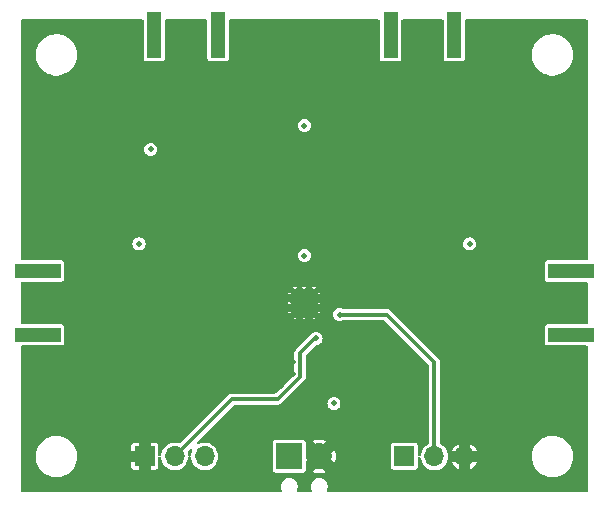
<source format=gbr>
%TF.GenerationSoftware,KiCad,Pcbnew,8.0.2*%
%TF.CreationDate,2025-01-07T09:10:32-03:00*%
%TF.ProjectId,LumiCom_Transmitter,4c756d69-436f-46d5-9f54-72616e736d69,rev?*%
%TF.SameCoordinates,Original*%
%TF.FileFunction,Copper,L4,Bot*%
%TF.FilePolarity,Positive*%
%FSLAX46Y46*%
G04 Gerber Fmt 4.6, Leading zero omitted, Abs format (unit mm)*
G04 Created by KiCad (PCBNEW 8.0.2) date 2025-01-07 09:10:32*
%MOMM*%
%LPD*%
G01*
G04 APERTURE LIST*
%TA.AperFunction,SMDPad,CuDef*%
%ADD10R,3.900000X1.200000*%
%TD*%
%TA.AperFunction,ComponentPad*%
%ADD11R,1.700000X1.700000*%
%TD*%
%TA.AperFunction,ComponentPad*%
%ADD12O,1.700000X1.700000*%
%TD*%
%TA.AperFunction,HeatsinkPad*%
%ADD13C,0.500000*%
%TD*%
%TA.AperFunction,HeatsinkPad*%
%ADD14R,2.100000X2.100000*%
%TD*%
%TA.AperFunction,SMDPad,CuDef*%
%ADD15R,1.200000X3.900000*%
%TD*%
%TA.AperFunction,ComponentPad*%
%ADD16R,2.200000X2.200000*%
%TD*%
%TA.AperFunction,ComponentPad*%
%ADD17C,2.200000*%
%TD*%
%TA.AperFunction,ViaPad*%
%ADD18C,0.500000*%
%TD*%
%TA.AperFunction,Conductor*%
%ADD19C,0.349300*%
%TD*%
G04 APERTURE END LIST*
D10*
%TO.P,J2, 2*%
%TO.N,N/C*%
X47590000Y14300000D03*
X47590000Y19700000D03*
%TD*%
D11*
%TO.P,JP_A1,1,A*%
%TO.N,VCC*%
X33475000Y4000000D03*
D12*
%TO.P,JP_A1,2,C*%
%TO.N,Net-(JP_A1-C)*%
X36015000Y4000000D03*
%TO.P,JP_A1,3,B*%
%TO.N,GND*%
X38554999Y4000000D03*
%TD*%
D13*
%TO.P,U1,17,EPAD*%
%TO.N,GND*%
X24200000Y17800000D03*
X24200000Y16200000D03*
X24200001Y17000000D03*
X25000000Y17799999D03*
X25000000Y17000000D03*
D14*
X25000000Y17000000D03*
D13*
X25000000Y16200001D03*
X25799999Y17000000D03*
X25800000Y17800000D03*
X25800000Y16200000D03*
%TD*%
D11*
%TO.P,JP_A0,1,A*%
%TO.N,GND*%
X11474999Y4000000D03*
D12*
%TO.P,JP_A0,2,C*%
%TO.N,Net-(JP_A0-C)*%
X14014999Y4000000D03*
%TO.P,JP_A0,3,B*%
%TO.N,VCC*%
X16554998Y4000000D03*
%TD*%
D15*
%TO.P,J5, 2*%
%TO.N,N/C*%
X17700000Y39700000D03*
X12300000Y39700000D03*
%TD*%
D10*
%TO.P,J3, 2*%
%TO.N,N/C*%
X2410000Y19700000D03*
X2410000Y14300000D03*
%TD*%
D16*
%TO.P,J1,1,Pin_1*%
%TO.N,Net-(J1-Pin_1)*%
X23730000Y4000000D03*
D17*
%TO.P,J1,2,Pin_2*%
%TO.N,GND*%
X26270000Y4000000D03*
%TD*%
D15*
%TO.P,J4, 2*%
%TO.N,N/C*%
X37700000Y39700000D03*
X32300000Y39700000D03*
%TD*%
D18*
%TO.N,GND*%
X29000000Y15000000D03*
X29000000Y13000000D03*
X23000000Y14000000D03*
X27000000Y14000000D03*
X26000000Y13000000D03*
X22000000Y10000000D03*
X28000000Y14000000D03*
X21000000Y13000000D03*
X21000000Y15000000D03*
X19000000Y11000000D03*
X19000000Y14000000D03*
X31000000Y24000000D03*
X21000000Y10000000D03*
X20000000Y14000000D03*
X20000000Y11000000D03*
X24000000Y11000000D03*
X20000000Y10000000D03*
X20000000Y12000000D03*
X11000000Y12000000D03*
X21000000Y24000000D03*
X15000000Y8000000D03*
X23000000Y13000000D03*
X22890000Y14890000D03*
X25000000Y14000000D03*
X20000000Y15000000D03*
X19000000Y13000000D03*
X28000000Y13000000D03*
X24000000Y13000000D03*
X28000000Y11000000D03*
X22000000Y15000000D03*
X23000000Y11000000D03*
X31000000Y14000000D03*
X26000000Y12000000D03*
X19000000Y12000000D03*
X30000000Y12000000D03*
X31000000Y13000000D03*
X22000000Y14000000D03*
X24000000Y12000000D03*
X35000000Y8000000D03*
X31000000Y10000000D03*
X19000000Y24000000D03*
X29000000Y14000000D03*
X14000000Y25000000D03*
X23000000Y12000000D03*
X29000000Y22000000D03*
X30000000Y13000000D03*
X19000000Y10000000D03*
X22000000Y12000000D03*
X19000000Y22000000D03*
X31000000Y22000000D03*
X36000000Y25000000D03*
X27000000Y13000000D03*
X25000000Y27000000D03*
X29000000Y10000000D03*
X22000000Y13000000D03*
X29000000Y11000000D03*
X19000000Y15000000D03*
X28000000Y15000000D03*
X28000000Y12000000D03*
X20000000Y13000000D03*
X26000000Y11000000D03*
X21000000Y12000000D03*
X39000000Y12000000D03*
X21000000Y14000000D03*
X22000000Y11000000D03*
X30000000Y11000000D03*
X27000000Y11000000D03*
X21000000Y22000000D03*
X29000000Y24000000D03*
X28000000Y10000000D03*
X31000000Y12000000D03*
X24000000Y14000000D03*
X31000000Y11000000D03*
X30000000Y15000000D03*
X29000000Y12000000D03*
X23000000Y10000000D03*
X30000000Y10000000D03*
X27000000Y10000000D03*
X3000000Y30000000D03*
X27000000Y12000000D03*
X30000000Y14000000D03*
X31000000Y15000000D03*
X21000000Y11000000D03*
%TO.N,VCC*%
X25000000Y32000000D03*
X12000000Y30000000D03*
X27500000Y8500000D03*
X11000000Y22000000D03*
X25000000Y21000000D03*
X39000000Y22000000D03*
%TO.N,Net-(JP_A0-C)*%
X26000000Y14000000D03*
%TO.N,Net-(JP_A1-C)*%
X28000000Y16000000D03*
%TD*%
D19*
%TO.N,Net-(JP_A0-C)*%
X24624650Y10741261D02*
X22735700Y8852311D01*
X22735700Y8852311D02*
X18867310Y8852311D01*
X18867310Y8852311D02*
X14014999Y4000000D01*
X25883389Y14000000D02*
X24624650Y12741261D01*
X26000000Y14000000D02*
X25883389Y14000000D01*
X24624650Y12741261D02*
X24624650Y10741261D01*
%TO.N,Net-(JP_A1-C)*%
X28000000Y16000000D02*
X32000000Y16000000D01*
X32000000Y16000000D02*
X36015000Y11985000D01*
X36015000Y11985000D02*
X36015000Y4000000D01*
%TD*%
%TA.AperFunction,Conductor*%
%TO.N,GND*%
G36*
X11342539Y40980315D02*
G01*
X11388294Y40927511D01*
X11399500Y40876000D01*
X11399500Y37705144D01*
X11399502Y37705118D01*
X11402413Y37680013D01*
X11402415Y37680009D01*
X11447793Y37577236D01*
X11447794Y37577235D01*
X11527235Y37497794D01*
X11630009Y37452415D01*
X11655135Y37449500D01*
X12944864Y37449501D01*
X12944879Y37449503D01*
X12944882Y37449503D01*
X12969987Y37452414D01*
X12969988Y37452415D01*
X12969991Y37452415D01*
X13072765Y37497794D01*
X13152206Y37577235D01*
X13197585Y37680009D01*
X13200500Y37705135D01*
X13200499Y40876001D01*
X13220184Y40943039D01*
X13272988Y40988794D01*
X13324499Y41000000D01*
X16675500Y41000000D01*
X16742539Y40980315D01*
X16788294Y40927511D01*
X16799500Y40876000D01*
X16799500Y37705144D01*
X16799502Y37705118D01*
X16802413Y37680013D01*
X16802415Y37680009D01*
X16847793Y37577236D01*
X16847794Y37577235D01*
X16927235Y37497794D01*
X17030009Y37452415D01*
X17055135Y37449500D01*
X18344864Y37449501D01*
X18344879Y37449503D01*
X18344882Y37449503D01*
X18369987Y37452414D01*
X18369988Y37452415D01*
X18369991Y37452415D01*
X18472765Y37497794D01*
X18552206Y37577235D01*
X18597585Y37680009D01*
X18600500Y37705135D01*
X18600499Y40876001D01*
X18620184Y40943039D01*
X18672988Y40988794D01*
X18724499Y41000000D01*
X31275500Y41000000D01*
X31342539Y40980315D01*
X31388294Y40927511D01*
X31399500Y40876000D01*
X31399500Y37705144D01*
X31399502Y37705118D01*
X31402413Y37680013D01*
X31402415Y37680009D01*
X31447793Y37577236D01*
X31447794Y37577235D01*
X31527235Y37497794D01*
X31630009Y37452415D01*
X31655135Y37449500D01*
X32944864Y37449501D01*
X32944879Y37449503D01*
X32944882Y37449503D01*
X32969987Y37452414D01*
X32969988Y37452415D01*
X32969991Y37452415D01*
X33072765Y37497794D01*
X33152206Y37577235D01*
X33197585Y37680009D01*
X33200500Y37705135D01*
X33200499Y40876001D01*
X33220184Y40943039D01*
X33272988Y40988794D01*
X33324499Y41000000D01*
X36675500Y41000000D01*
X36742539Y40980315D01*
X36788294Y40927511D01*
X36799500Y40876000D01*
X36799500Y37705144D01*
X36799502Y37705118D01*
X36802413Y37680013D01*
X36802415Y37680009D01*
X36847793Y37577236D01*
X36847794Y37577235D01*
X36927235Y37497794D01*
X37030009Y37452415D01*
X37055135Y37449500D01*
X38344864Y37449501D01*
X38344879Y37449503D01*
X38344882Y37449503D01*
X38369987Y37452414D01*
X38369988Y37452415D01*
X38369991Y37452415D01*
X38472765Y37497794D01*
X38552206Y37577235D01*
X38597585Y37680009D01*
X38600500Y37705135D01*
X38600500Y38114742D01*
X44249500Y38114742D01*
X44249500Y37885259D01*
X44273217Y37705118D01*
X44279452Y37657762D01*
X44279453Y37657760D01*
X44338842Y37436113D01*
X44426650Y37224124D01*
X44426657Y37224110D01*
X44541392Y37025383D01*
X44681081Y36843339D01*
X44681089Y36843330D01*
X44843330Y36681089D01*
X44843338Y36681082D01*
X45025382Y36541393D01*
X45025385Y36541392D01*
X45025388Y36541389D01*
X45224112Y36426656D01*
X45224117Y36426654D01*
X45224123Y36426651D01*
X45315480Y36388810D01*
X45436113Y36338842D01*
X45657762Y36279452D01*
X45885266Y36249500D01*
X45885273Y36249500D01*
X46114727Y36249500D01*
X46114734Y36249500D01*
X46342238Y36279452D01*
X46563887Y36338842D01*
X46775888Y36426656D01*
X46974612Y36541389D01*
X47156661Y36681081D01*
X47156665Y36681086D01*
X47156670Y36681089D01*
X47318911Y36843330D01*
X47318914Y36843335D01*
X47318919Y36843339D01*
X47458611Y37025388D01*
X47573344Y37224112D01*
X47661158Y37436113D01*
X47720548Y37657762D01*
X47750500Y37885266D01*
X47750500Y38114734D01*
X47720548Y38342238D01*
X47661158Y38563887D01*
X47573344Y38775888D01*
X47458611Y38974612D01*
X47458608Y38974615D01*
X47458607Y38974618D01*
X47318918Y39156662D01*
X47318911Y39156670D01*
X47156670Y39318911D01*
X47156661Y39318919D01*
X46974617Y39458608D01*
X46775890Y39573343D01*
X46775876Y39573350D01*
X46563887Y39661158D01*
X46342238Y39720548D01*
X46304215Y39725554D01*
X46114741Y39750500D01*
X46114734Y39750500D01*
X45885266Y39750500D01*
X45885258Y39750500D01*
X45668715Y39721991D01*
X45657762Y39720548D01*
X45564076Y39695446D01*
X45436112Y39661158D01*
X45224123Y39573350D01*
X45224109Y39573343D01*
X45025382Y39458608D01*
X44843338Y39318919D01*
X44681081Y39156662D01*
X44541392Y38974618D01*
X44426657Y38775891D01*
X44426650Y38775877D01*
X44338842Y38563888D01*
X44279453Y38342241D01*
X44279451Y38342230D01*
X44249500Y38114742D01*
X38600500Y38114742D01*
X38600499Y40876001D01*
X38620184Y40943039D01*
X38672988Y40988794D01*
X38724499Y41000000D01*
X48876000Y41000000D01*
X48943039Y40980315D01*
X48988794Y40927511D01*
X49000000Y40876000D01*
X49000000Y20724500D01*
X48980315Y20657461D01*
X48927511Y20611706D01*
X48876000Y20600500D01*
X45595143Y20600500D01*
X45595117Y20600498D01*
X45570012Y20597587D01*
X45570008Y20597585D01*
X45467235Y20552207D01*
X45387794Y20472766D01*
X45342415Y20369994D01*
X45342415Y20369992D01*
X45339500Y20344869D01*
X45339500Y19055144D01*
X45339502Y19055118D01*
X45342413Y19030013D01*
X45342415Y19030009D01*
X45387793Y18927236D01*
X45387794Y18927235D01*
X45467235Y18847794D01*
X45570009Y18802415D01*
X45595135Y18799500D01*
X48876000Y18799501D01*
X48943039Y18779816D01*
X48988794Y18727012D01*
X49000000Y18675501D01*
X49000000Y15324500D01*
X48980315Y15257461D01*
X48927511Y15211706D01*
X48876000Y15200500D01*
X45595143Y15200500D01*
X45595117Y15200498D01*
X45570012Y15197587D01*
X45570008Y15197585D01*
X45467235Y15152207D01*
X45387794Y15072766D01*
X45342415Y14969994D01*
X45342415Y14969992D01*
X45339500Y14944869D01*
X45339500Y13655144D01*
X45339502Y13655118D01*
X45342413Y13630013D01*
X45342415Y13630009D01*
X45387793Y13527236D01*
X45387794Y13527235D01*
X45467235Y13447794D01*
X45570009Y13402415D01*
X45595135Y13399500D01*
X48876000Y13399501D01*
X48943039Y13379816D01*
X48988794Y13327012D01*
X49000000Y13275501D01*
X49000000Y1124000D01*
X48980315Y1056961D01*
X48927511Y1011206D01*
X48876000Y1000000D01*
X27023257Y1000000D01*
X26956218Y1019685D01*
X26910463Y1072489D01*
X26900519Y1141647D01*
X26908696Y1171452D01*
X26943578Y1255668D01*
X26943580Y1255672D01*
X26970500Y1391007D01*
X26970500Y1528993D01*
X26970500Y1528996D01*
X26943581Y1664323D01*
X26943580Y1664324D01*
X26943580Y1664328D01*
X26943578Y1664333D01*
X26890778Y1791805D01*
X26890771Y1791818D01*
X26814114Y1906542D01*
X26814111Y1906546D01*
X26716545Y2004112D01*
X26716541Y2004115D01*
X26601817Y2080772D01*
X26601804Y2080779D01*
X26474332Y2133579D01*
X26474322Y2133582D01*
X26338995Y2160500D01*
X26338993Y2160500D01*
X26201007Y2160500D01*
X26201005Y2160500D01*
X26065677Y2133582D01*
X26065667Y2133579D01*
X25938195Y2080779D01*
X25938182Y2080772D01*
X25823458Y2004115D01*
X25823454Y2004112D01*
X25725888Y1906546D01*
X25725885Y1906542D01*
X25649228Y1791818D01*
X25649221Y1791805D01*
X25596421Y1664333D01*
X25596418Y1664323D01*
X25569500Y1528996D01*
X25569500Y1528993D01*
X25569500Y1391007D01*
X25569500Y1391005D01*
X25569499Y1391005D01*
X25596418Y1255678D01*
X25596421Y1255668D01*
X25631304Y1171452D01*
X25638773Y1101982D01*
X25607497Y1039503D01*
X25547408Y1003852D01*
X25516743Y1000000D01*
X24483257Y1000000D01*
X24416218Y1019685D01*
X24370463Y1072489D01*
X24360519Y1141647D01*
X24368696Y1171452D01*
X24403578Y1255668D01*
X24403580Y1255672D01*
X24430500Y1391007D01*
X24430500Y1528993D01*
X24430500Y1528996D01*
X24403581Y1664323D01*
X24403580Y1664324D01*
X24403580Y1664328D01*
X24403578Y1664333D01*
X24350778Y1791805D01*
X24350771Y1791818D01*
X24274114Y1906542D01*
X24274111Y1906546D01*
X24176545Y2004112D01*
X24176541Y2004115D01*
X24061817Y2080772D01*
X24061804Y2080779D01*
X23934332Y2133579D01*
X23934322Y2133582D01*
X23798995Y2160500D01*
X23798993Y2160500D01*
X23661007Y2160500D01*
X23661005Y2160500D01*
X23525677Y2133582D01*
X23525667Y2133579D01*
X23398195Y2080779D01*
X23398182Y2080772D01*
X23283458Y2004115D01*
X23283454Y2004112D01*
X23185888Y1906546D01*
X23185885Y1906542D01*
X23109228Y1791818D01*
X23109221Y1791805D01*
X23056421Y1664333D01*
X23056418Y1664323D01*
X23029500Y1528996D01*
X23029500Y1528993D01*
X23029500Y1391007D01*
X23029500Y1391005D01*
X23029499Y1391005D01*
X23056418Y1255678D01*
X23056421Y1255668D01*
X23091304Y1171452D01*
X23098773Y1101982D01*
X23067497Y1039503D01*
X23007408Y1003852D01*
X22976743Y1000000D01*
X1124000Y1000000D01*
X1056961Y1019685D01*
X1011206Y1072489D01*
X1000000Y1124000D01*
X1000000Y4114742D01*
X2249500Y4114742D01*
X2249500Y3885259D01*
X2274446Y3695785D01*
X2279452Y3657762D01*
X2317371Y3516245D01*
X2338842Y3436113D01*
X2426650Y3224124D01*
X2426657Y3224110D01*
X2541392Y3025383D01*
X2681081Y2843339D01*
X2681089Y2843330D01*
X2843330Y2681089D01*
X2843338Y2681082D01*
X3025382Y2541393D01*
X3025385Y2541392D01*
X3025388Y2541389D01*
X3224112Y2426656D01*
X3224117Y2426654D01*
X3224123Y2426651D01*
X3315480Y2388810D01*
X3436113Y2338842D01*
X3657762Y2279452D01*
X3885266Y2249500D01*
X3885273Y2249500D01*
X4114727Y2249500D01*
X4114734Y2249500D01*
X4342238Y2279452D01*
X4563887Y2338842D01*
X4775888Y2426656D01*
X4974612Y2541389D01*
X5156661Y2681081D01*
X5156665Y2681086D01*
X5156670Y2681089D01*
X5318911Y2843330D01*
X5318914Y2843335D01*
X5318919Y2843339D01*
X5458611Y3025388D01*
X5504699Y3105215D01*
X10325000Y3105215D01*
X10325001Y3105192D01*
X10327907Y3080131D01*
X10327908Y3080127D01*
X10373210Y2977526D01*
X10373213Y2977521D01*
X10452519Y2898215D01*
X10452524Y2898212D01*
X10555122Y2852911D01*
X10580205Y2850001D01*
X10974998Y2850001D01*
X10974999Y2850002D01*
X10974999Y3500000D01*
X10325000Y3500000D01*
X10325000Y3105215D01*
X5504699Y3105215D01*
X5573344Y3224112D01*
X5661158Y3436113D01*
X5720548Y3657762D01*
X5750500Y3885266D01*
X5750500Y4065826D01*
X10974999Y4065826D01*
X10974999Y3934174D01*
X11009074Y3807007D01*
X11074900Y3692993D01*
X11167992Y3599901D01*
X11282006Y3534075D01*
X11409173Y3500000D01*
X11540825Y3500000D01*
X11667992Y3534075D01*
X11782006Y3599901D01*
X11875098Y3692993D01*
X11940924Y3807007D01*
X11974999Y3934174D01*
X11974999Y2850001D01*
X12369785Y2850001D01*
X12369807Y2850003D01*
X12394868Y2852909D01*
X12394872Y2852910D01*
X12497473Y2898212D01*
X12497478Y2898215D01*
X12576784Y2977521D01*
X12576787Y2977526D01*
X12622088Y3080123D01*
X12622088Y3080125D01*
X12624998Y3105206D01*
X12624998Y3849347D01*
X12644682Y3916386D01*
X12697486Y3962141D01*
X12766645Y3972085D01*
X12830201Y3943060D01*
X12867975Y3884282D01*
X12872469Y3860789D01*
X12877453Y3807007D01*
X12879243Y3787690D01*
X12932674Y3599901D01*
X12937595Y3582608D01*
X12937595Y3582606D01*
X13032631Y3391747D01*
X13159226Y3224110D01*
X13161127Y3221593D01*
X13318697Y3077948D01*
X13499980Y2965702D01*
X13698801Y2888679D01*
X13908389Y2849500D01*
X13908391Y2849500D01*
X14121607Y2849500D01*
X14121609Y2849500D01*
X14331197Y2888679D01*
X14530018Y2965702D01*
X14711301Y3077948D01*
X14868871Y3221593D01*
X14997365Y3391745D01*
X15015850Y3428868D01*
X15092402Y3582606D01*
X15092402Y3582607D01*
X15092404Y3582611D01*
X15150755Y3787690D01*
X15161527Y3903948D01*
X15187313Y3968883D01*
X15231876Y4000806D01*
X15195495Y4021676D01*
X15163305Y4083688D01*
X15161527Y4096055D01*
X15159797Y4114728D01*
X15150755Y4212310D01*
X15114992Y4338001D01*
X15115578Y4407867D01*
X15146575Y4459614D01*
X15310261Y4623300D01*
X15371582Y4656783D01*
X15441274Y4651799D01*
X15497207Y4609927D01*
X15521624Y4544463D01*
X15508941Y4480347D01*
X15477594Y4417392D01*
X15477593Y4417389D01*
X15471529Y4396076D01*
X15419242Y4212311D01*
X15408469Y4096054D01*
X15382683Y4031117D01*
X15338118Y3999196D01*
X15374501Y3978326D01*
X15406691Y3916314D01*
X15408469Y3903947D01*
X15417452Y3807007D01*
X15419242Y3787690D01*
X15472673Y3599901D01*
X15477594Y3582608D01*
X15477594Y3582606D01*
X15572630Y3391747D01*
X15699225Y3224110D01*
X15701126Y3221593D01*
X15858696Y3077948D01*
X16039979Y2965702D01*
X16238800Y2888679D01*
X16448388Y2849500D01*
X16448390Y2849500D01*
X16661606Y2849500D01*
X16661608Y2849500D01*
X16871196Y2888679D01*
X17070017Y2965702D01*
X17251300Y3077948D01*
X17408870Y3221593D01*
X17537364Y3391745D01*
X17555849Y3428868D01*
X17632401Y3582606D01*
X17632401Y3582607D01*
X17632403Y3582611D01*
X17690754Y3787690D01*
X17710427Y4000000D01*
X17710426Y4000006D01*
X17706815Y4038982D01*
X17690754Y4212310D01*
X17632403Y4417389D01*
X17632401Y4417394D01*
X17632401Y4417395D01*
X17537365Y4608254D01*
X17408870Y4778407D01*
X17251300Y4922052D01*
X17070017Y5034298D01*
X17070015Y5034299D01*
X16898919Y5100581D01*
X16871196Y5111321D01*
X16691731Y5144869D01*
X22329500Y5144869D01*
X22329500Y2855144D01*
X22329502Y2855118D01*
X22332413Y2830013D01*
X22332415Y2830009D01*
X22377793Y2727236D01*
X22377794Y2727235D01*
X22457235Y2647794D01*
X22560009Y2602415D01*
X22585135Y2599500D01*
X24874864Y2599501D01*
X24874879Y2599503D01*
X24874882Y2599503D01*
X24899987Y2602414D01*
X24899988Y2602415D01*
X24899991Y2602415D01*
X25002765Y2647794D01*
X25073787Y2718816D01*
X25695919Y2718816D01*
X25705693Y2713527D01*
X25705707Y2713521D01*
X25925139Y2638189D01*
X26153993Y2600000D01*
X26386007Y2600000D01*
X26614860Y2638189D01*
X26834290Y2713519D01*
X26834299Y2713523D01*
X26844078Y2718816D01*
X26844079Y2718816D01*
X26266531Y3296364D01*
X26253350Y3287557D01*
X26250315Y3277219D01*
X26233681Y3256577D01*
X25695919Y2718816D01*
X25073787Y2718816D01*
X25082206Y2727235D01*
X25127585Y2830009D01*
X25130500Y2855135D01*
X25130499Y3516248D01*
X25150183Y3583284D01*
X25166818Y3603926D01*
X25562893Y4000001D01*
X25490485Y4072409D01*
X25720000Y4072409D01*
X25720000Y3927591D01*
X25757482Y3787708D01*
X25829890Y3662292D01*
X25932292Y3559890D01*
X26057708Y3487482D01*
X26197591Y3450000D01*
X26342409Y3450000D01*
X26482292Y3487482D01*
X26607708Y3559890D01*
X26710110Y3662292D01*
X26782518Y3787708D01*
X26820000Y3927591D01*
X26820000Y4003469D01*
X26973636Y4003469D01*
X27548238Y3428867D01*
X27548239Y3428868D01*
X27598681Y3543860D01*
X27655638Y3768782D01*
X27674798Y4000000D01*
X27674798Y4000006D01*
X27655638Y4231219D01*
X27598682Y4456135D01*
X27548238Y4571135D01*
X27013424Y4036319D01*
X26985339Y4020984D01*
X26973636Y4003469D01*
X26820000Y4003469D01*
X26820000Y4072409D01*
X26782518Y4212292D01*
X26710110Y4337708D01*
X26607708Y4440110D01*
X26482292Y4512518D01*
X26342409Y4550000D01*
X26197591Y4550000D01*
X26057708Y4512518D01*
X25932292Y4440110D01*
X25829890Y4337708D01*
X25757482Y4212292D01*
X25720000Y4072409D01*
X25490485Y4072409D01*
X25166818Y4396076D01*
X25133333Y4457399D01*
X25130499Y4483757D01*
X25130499Y5144857D01*
X25130499Y5144864D01*
X25130241Y5147092D01*
X25127586Y5169988D01*
X25127585Y5169990D01*
X25127585Y5169991D01*
X25082206Y5272765D01*
X25073785Y5281186D01*
X25695919Y5281186D01*
X26269998Y4707108D01*
X26269999Y4707107D01*
X26270000Y4707107D01*
X26270000Y4707108D01*
X26844079Y5281186D01*
X26844078Y5281187D01*
X26834300Y5286478D01*
X26614860Y5361812D01*
X26386007Y5400000D01*
X26153993Y5400000D01*
X25925139Y5361812D01*
X25705709Y5286481D01*
X25705702Y5286479D01*
X25695919Y5281186D01*
X25073785Y5281186D01*
X25002765Y5352206D01*
X25002763Y5352207D01*
X24899992Y5397585D01*
X24874865Y5400500D01*
X22585143Y5400500D01*
X22585117Y5400498D01*
X22560012Y5397587D01*
X22560008Y5397585D01*
X22457235Y5352207D01*
X22377794Y5272766D01*
X22332415Y5169994D01*
X22332415Y5169992D01*
X22329500Y5144869D01*
X16691731Y5144869D01*
X16661608Y5150500D01*
X16448388Y5150500D01*
X16238800Y5111321D01*
X16238795Y5111320D01*
X16067832Y5045089D01*
X15998209Y5039227D01*
X15936469Y5071937D01*
X15902214Y5132834D01*
X15906321Y5202583D01*
X15935355Y5248394D01*
X19027805Y8340842D01*
X19089128Y8374327D01*
X19115486Y8377161D01*
X22798252Y8377161D01*
X22798255Y8377161D01*
X22919101Y8409542D01*
X23027449Y8472096D01*
X23055353Y8500000D01*
X26944750Y8500000D01*
X26961295Y8374327D01*
X26963670Y8356292D01*
X26963671Y8356288D01*
X27019137Y8222378D01*
X27019138Y8222376D01*
X27019139Y8222375D01*
X27107379Y8107379D01*
X27222375Y8019139D01*
X27356291Y7963670D01*
X27483280Y7946952D01*
X27499999Y7944750D01*
X27500000Y7944750D01*
X27500001Y7944750D01*
X27514977Y7946722D01*
X27643709Y7963670D01*
X27777625Y8019139D01*
X27892621Y8107379D01*
X27980861Y8222375D01*
X28036330Y8356291D01*
X28055250Y8500000D01*
X28036330Y8643709D01*
X27980861Y8777625D01*
X27892621Y8892621D01*
X27777625Y8980861D01*
X27777624Y8980862D01*
X27777622Y8980863D01*
X27643712Y9036329D01*
X27643710Y9036330D01*
X27643709Y9036330D01*
X27571854Y9045790D01*
X27500001Y9055250D01*
X27499999Y9055250D01*
X27356291Y9036330D01*
X27356287Y9036329D01*
X27222377Y8980863D01*
X27107379Y8892621D01*
X27019137Y8777623D01*
X26963671Y8643713D01*
X26963670Y8643709D01*
X26944750Y8500000D01*
X23055353Y8500000D01*
X25004865Y10449512D01*
X25067419Y10557860D01*
X25099801Y10678706D01*
X25099801Y10803816D01*
X25099801Y10811411D01*
X25099800Y10811429D01*
X25099800Y12493086D01*
X25119485Y12560125D01*
X25136115Y12580763D01*
X25970356Y13415005D01*
X26031677Y13448488D01*
X26041832Y13450258D01*
X26143709Y13463670D01*
X26277625Y13519139D01*
X26392621Y13607379D01*
X26480861Y13722375D01*
X26536330Y13856291D01*
X26555250Y14000000D01*
X26536330Y14143709D01*
X26480861Y14277625D01*
X26392621Y14392621D01*
X26277625Y14480861D01*
X26277624Y14480862D01*
X26277622Y14480863D01*
X26143712Y14536329D01*
X26143710Y14536330D01*
X26143709Y14536330D01*
X26071854Y14545790D01*
X26000001Y14555250D01*
X25999999Y14555250D01*
X25856291Y14536330D01*
X25856287Y14536329D01*
X25722377Y14480863D01*
X25677147Y14446157D01*
X25607379Y14392621D01*
X25607377Y14392620D01*
X25600933Y14387674D01*
X25600521Y14388210D01*
X25597513Y14385902D01*
X25598083Y14385159D01*
X25591637Y14380214D01*
X24332901Y13121476D01*
X24244436Y13033012D01*
X24244434Y13033009D01*
X24181881Y12924663D01*
X24181881Y12924662D01*
X24149500Y12803816D01*
X24149500Y12803814D01*
X24149500Y10989437D01*
X24129815Y10922398D01*
X24113181Y10901756D01*
X22575205Y9363780D01*
X22513882Y9330295D01*
X22487524Y9327461D01*
X18929865Y9327461D01*
X18804755Y9327461D01*
X18714120Y9303176D01*
X18683908Y9295080D01*
X18575562Y9232527D01*
X18575559Y9232525D01*
X14477099Y5134066D01*
X14415776Y5100581D01*
X14346084Y5105565D01*
X14344628Y5106119D01*
X14331203Y5111320D01*
X14279762Y5120936D01*
X14121609Y5150500D01*
X13908389Y5150500D01*
X13698801Y5111321D01*
X13698798Y5111321D01*
X13698798Y5111320D01*
X13499981Y5034299D01*
X13499979Y5034298D01*
X13318698Y4922053D01*
X13161126Y4778407D01*
X13032631Y4608254D01*
X12937595Y4417395D01*
X12937595Y4417393D01*
X12879243Y4212311D01*
X12872469Y4139210D01*
X12846682Y4074273D01*
X12789882Y4033586D01*
X12720101Y4030066D01*
X12659495Y4064832D01*
X12627305Y4126845D01*
X12624998Y4150652D01*
X12624998Y4894786D01*
X12624996Y4894809D01*
X12622090Y4919870D01*
X12622089Y4919874D01*
X12576787Y5022475D01*
X12576784Y5022480D01*
X12497478Y5101786D01*
X12497473Y5101789D01*
X12394875Y5147090D01*
X12369793Y5150000D01*
X11974999Y5150000D01*
X11974999Y4065826D01*
X11940924Y4192993D01*
X11875098Y4307007D01*
X11782006Y4400099D01*
X11667992Y4465925D01*
X11540825Y4500000D01*
X11409173Y4500000D01*
X11282006Y4465925D01*
X11167992Y4400099D01*
X11074900Y4307007D01*
X11009074Y4192993D01*
X10974999Y4065826D01*
X5750500Y4065826D01*
X5750500Y4114734D01*
X5720548Y4342238D01*
X5661158Y4563887D01*
X5573344Y4775888D01*
X5504693Y4894795D01*
X10324999Y4894795D01*
X10324999Y4500000D01*
X10974999Y4500000D01*
X10974999Y5150000D01*
X10580213Y5150000D01*
X10580190Y5149998D01*
X10555129Y5147092D01*
X10555125Y5147091D01*
X10452524Y5101789D01*
X10452519Y5101786D01*
X10373213Y5022480D01*
X10373210Y5022475D01*
X10327909Y4919878D01*
X10327909Y4919876D01*
X10324999Y4894795D01*
X5504693Y4894795D01*
X5458611Y4974612D01*
X5458608Y4974615D01*
X5458607Y4974618D01*
X5353710Y5111321D01*
X5318919Y5156661D01*
X5318918Y5156662D01*
X5318911Y5156670D01*
X5156670Y5318911D01*
X5156661Y5318919D01*
X4974617Y5458608D01*
X4775890Y5573343D01*
X4775876Y5573350D01*
X4563887Y5661158D01*
X4342238Y5720548D01*
X4304215Y5725554D01*
X4114741Y5750500D01*
X4114734Y5750500D01*
X3885266Y5750500D01*
X3885258Y5750500D01*
X3668715Y5721991D01*
X3657762Y5720548D01*
X3564076Y5695446D01*
X3436112Y5661158D01*
X3224123Y5573350D01*
X3224109Y5573343D01*
X3025382Y5458608D01*
X2843338Y5318919D01*
X2681081Y5156662D01*
X2541392Y4974618D01*
X2426657Y4775891D01*
X2426650Y4775877D01*
X2341844Y4571135D01*
X2338842Y4563887D01*
X2299590Y4417393D01*
X2279453Y4342241D01*
X2279451Y4342230D01*
X2249500Y4114742D01*
X1000000Y4114742D01*
X1000000Y13275501D01*
X1019685Y13342540D01*
X1072489Y13388295D01*
X1123996Y13399501D01*
X4404864Y13399501D01*
X4404879Y13399503D01*
X4404882Y13399503D01*
X4429987Y13402414D01*
X4429988Y13402415D01*
X4429991Y13402415D01*
X4532765Y13447794D01*
X4612206Y13527235D01*
X4657585Y13630009D01*
X4660500Y13655135D01*
X4660499Y14944864D01*
X4660497Y14944883D01*
X4657586Y14969988D01*
X4657585Y14969990D01*
X4657585Y14969991D01*
X4612206Y15072765D01*
X4532765Y15152206D01*
X4532763Y15152207D01*
X4429992Y15197585D01*
X4404868Y15200500D01*
X1124000Y15200500D01*
X1056961Y15220185D01*
X1011206Y15272989D01*
X1000000Y15324500D01*
X1000000Y15675497D01*
X24029048Y15675497D01*
X24029048Y15675496D01*
X24056420Y15664158D01*
X24199999Y15645254D01*
X24200001Y15645254D01*
X24343574Y15664157D01*
X24343578Y15664158D01*
X24370951Y15675497D01*
X24370950Y15675498D01*
X24829048Y15675498D01*
X24829048Y15675497D01*
X24856420Y15664159D01*
X24999999Y15645255D01*
X25000001Y15645255D01*
X25143574Y15664158D01*
X25143578Y15664159D01*
X25170949Y15675497D01*
X25629048Y15675497D01*
X25629048Y15675496D01*
X25656420Y15664158D01*
X25799999Y15645254D01*
X25800001Y15645254D01*
X25943574Y15664157D01*
X25943578Y15664158D01*
X25970951Y15675497D01*
X25800001Y15846447D01*
X25629048Y15675497D01*
X25170949Y15675497D01*
X25170951Y15675498D01*
X25000001Y15846448D01*
X24829048Y15675498D01*
X24370950Y15675498D01*
X24200001Y15846447D01*
X24029048Y15675497D01*
X1000000Y15675497D01*
X1000000Y16000001D01*
X27444750Y16000001D01*
X27444750Y16000000D01*
X27463670Y15856292D01*
X27463671Y15856288D01*
X27519137Y15722378D01*
X27519138Y15722376D01*
X27519139Y15722375D01*
X27607379Y15607379D01*
X27722375Y15519139D01*
X27856291Y15463670D01*
X27983280Y15446952D01*
X27999999Y15444750D01*
X28000000Y15444750D01*
X28000001Y15444750D01*
X28014977Y15446722D01*
X28143709Y15463670D01*
X28268625Y15515411D01*
X28316077Y15524850D01*
X31751824Y15524850D01*
X31818863Y15505165D01*
X31839505Y15488531D01*
X35503531Y11824505D01*
X35537016Y11763182D01*
X35539850Y11736824D01*
X35539850Y5128052D01*
X35520165Y5061013D01*
X35481128Y5022625D01*
X35318699Y4922053D01*
X35161127Y4778407D01*
X35032632Y4608254D01*
X34937596Y4417395D01*
X34937596Y4417393D01*
X34879244Y4212311D01*
X34872970Y4144606D01*
X34847183Y4079669D01*
X34790383Y4038982D01*
X34720602Y4035462D01*
X34659995Y4070228D01*
X34627806Y4132241D01*
X34625499Y4156048D01*
X34625499Y4894857D01*
X34625499Y4894864D01*
X34625497Y4894883D01*
X34622586Y4919988D01*
X34622585Y4919990D01*
X34622585Y4919991D01*
X34577206Y5022765D01*
X34497765Y5102206D01*
X34477124Y5111320D01*
X34394992Y5147585D01*
X34369865Y5150500D01*
X32580143Y5150500D01*
X32580117Y5150498D01*
X32555012Y5147587D01*
X32555008Y5147585D01*
X32452235Y5102207D01*
X32372794Y5022766D01*
X32327415Y4919994D01*
X32327415Y4919992D01*
X32324500Y4894869D01*
X32324500Y3105144D01*
X32324502Y3105118D01*
X32327413Y3080013D01*
X32327415Y3080009D01*
X32372793Y2977236D01*
X32372794Y2977235D01*
X32452235Y2897794D01*
X32555009Y2852415D01*
X32580135Y2849500D01*
X34369864Y2849501D01*
X34369879Y2849503D01*
X34369882Y2849503D01*
X34394987Y2852414D01*
X34394988Y2852415D01*
X34394991Y2852415D01*
X34497765Y2897794D01*
X34577206Y2977235D01*
X34622585Y3080009D01*
X34625500Y3105135D01*
X34625499Y3843954D01*
X34645183Y3910991D01*
X34697987Y3956746D01*
X34767146Y3966690D01*
X34830702Y3937665D01*
X34868476Y3878887D01*
X34872970Y3855394D01*
X34877454Y3807007D01*
X34879244Y3787690D01*
X34932675Y3599901D01*
X34937596Y3582608D01*
X34937596Y3582606D01*
X35032632Y3391747D01*
X35159227Y3224110D01*
X35161128Y3221593D01*
X35318698Y3077948D01*
X35499981Y2965702D01*
X35698802Y2888679D01*
X35908390Y2849500D01*
X35908392Y2849500D01*
X36121608Y2849500D01*
X36121610Y2849500D01*
X36331198Y2888679D01*
X36530019Y2965702D01*
X36711302Y3077948D01*
X36868872Y3221593D01*
X36997366Y3391745D01*
X37015851Y3428868D01*
X37051270Y3500000D01*
X37519287Y3500000D01*
X37573058Y3392011D01*
X37701499Y3221929D01*
X37858999Y3078349D01*
X37859001Y3078347D01*
X38040201Y2966153D01*
X38040203Y2966152D01*
X38054999Y2960421D01*
X38054999Y2960422D01*
X39054999Y2960422D01*
X39069794Y2966152D01*
X39069796Y2966153D01*
X39250996Y3078347D01*
X39250998Y3078349D01*
X39408498Y3221929D01*
X39536939Y3392011D01*
X39590711Y3500000D01*
X39054999Y3500000D01*
X39054999Y2960422D01*
X38054999Y2960422D01*
X38054999Y3500000D01*
X37519287Y3500000D01*
X37051270Y3500000D01*
X37092403Y3582606D01*
X37092403Y3582607D01*
X37092405Y3582611D01*
X37150756Y3787690D01*
X37170429Y4000000D01*
X37170428Y4000006D01*
X37166817Y4038982D01*
X37164330Y4065826D01*
X38054999Y4065826D01*
X38054999Y3934174D01*
X38089074Y3807007D01*
X38154900Y3692993D01*
X38247992Y3599901D01*
X38362006Y3534075D01*
X38489173Y3500000D01*
X38620825Y3500000D01*
X38747992Y3534075D01*
X38862006Y3599901D01*
X38955098Y3692993D01*
X39020924Y3807007D01*
X39054999Y3934174D01*
X39054999Y4065826D01*
X39041892Y4114742D01*
X44249500Y4114742D01*
X44249500Y3885259D01*
X44274446Y3695785D01*
X44279452Y3657762D01*
X44317371Y3516245D01*
X44338842Y3436113D01*
X44426650Y3224124D01*
X44426657Y3224110D01*
X44541392Y3025383D01*
X44681081Y2843339D01*
X44681089Y2843330D01*
X44843330Y2681089D01*
X44843338Y2681082D01*
X45025382Y2541393D01*
X45025385Y2541392D01*
X45025388Y2541389D01*
X45224112Y2426656D01*
X45224117Y2426654D01*
X45224123Y2426651D01*
X45315480Y2388810D01*
X45436113Y2338842D01*
X45657762Y2279452D01*
X45885266Y2249500D01*
X45885273Y2249500D01*
X46114727Y2249500D01*
X46114734Y2249500D01*
X46342238Y2279452D01*
X46563887Y2338842D01*
X46775888Y2426656D01*
X46974612Y2541389D01*
X47156661Y2681081D01*
X47156665Y2681086D01*
X47156670Y2681089D01*
X47318911Y2843330D01*
X47318914Y2843335D01*
X47318919Y2843339D01*
X47458611Y3025388D01*
X47573344Y3224112D01*
X47661158Y3436113D01*
X47720548Y3657762D01*
X47750500Y3885266D01*
X47750500Y4114734D01*
X47720548Y4342238D01*
X47661158Y4563887D01*
X47573344Y4775888D01*
X47458611Y4974612D01*
X47458608Y4974615D01*
X47458607Y4974618D01*
X47353710Y5111321D01*
X47318919Y5156661D01*
X47318918Y5156662D01*
X47318911Y5156670D01*
X47156670Y5318911D01*
X47156661Y5318919D01*
X46974617Y5458608D01*
X46775890Y5573343D01*
X46775876Y5573350D01*
X46563887Y5661158D01*
X46342238Y5720548D01*
X46304215Y5725554D01*
X46114741Y5750500D01*
X46114734Y5750500D01*
X45885266Y5750500D01*
X45885258Y5750500D01*
X45668715Y5721991D01*
X45657762Y5720548D01*
X45564076Y5695446D01*
X45436112Y5661158D01*
X45224123Y5573350D01*
X45224109Y5573343D01*
X45025382Y5458608D01*
X44843338Y5318919D01*
X44681081Y5156662D01*
X44541392Y4974618D01*
X44426657Y4775891D01*
X44426650Y4775877D01*
X44341844Y4571135D01*
X44338842Y4563887D01*
X44299590Y4417393D01*
X44279453Y4342241D01*
X44279451Y4342230D01*
X44249500Y4114742D01*
X39041892Y4114742D01*
X39020924Y4192993D01*
X38955098Y4307007D01*
X38862006Y4400099D01*
X38747992Y4465925D01*
X38620825Y4500000D01*
X39054999Y4500000D01*
X39590711Y4500000D01*
X39590711Y4500001D01*
X39536939Y4607990D01*
X39408498Y4778072D01*
X39250998Y4921652D01*
X39250996Y4921654D01*
X39069800Y5033845D01*
X39069792Y5033849D01*
X39054999Y5039581D01*
X39054999Y4500000D01*
X38620825Y4500000D01*
X38489173Y4500000D01*
X38362006Y4465925D01*
X38247992Y4400099D01*
X38154900Y4307007D01*
X38089074Y4192993D01*
X38054999Y4065826D01*
X37164330Y4065826D01*
X37150756Y4212310D01*
X37092405Y4417389D01*
X37092403Y4417394D01*
X37092403Y4417395D01*
X37051270Y4500001D01*
X37519286Y4500001D01*
X37519287Y4500000D01*
X38054999Y4500000D01*
X38054999Y5039580D01*
X38054998Y5039581D01*
X38040205Y5033849D01*
X38040197Y5033845D01*
X37859001Y4921654D01*
X37858999Y4921652D01*
X37701499Y4778072D01*
X37573058Y4607990D01*
X37519286Y4500001D01*
X37051270Y4500001D01*
X36997367Y4608254D01*
X36868872Y4778407D01*
X36711302Y4922052D01*
X36549106Y5022480D01*
X36548872Y5022625D01*
X36502237Y5074653D01*
X36490150Y5128052D01*
X36490150Y12047553D01*
X36490150Y12047555D01*
X36457769Y12168401D01*
X36395215Y12276749D01*
X36306749Y12365215D01*
X32291749Y16380215D01*
X32183401Y16442769D01*
X32183402Y16442769D01*
X32153189Y16450865D01*
X32062555Y16475150D01*
X32062552Y16475150D01*
X28316077Y16475150D01*
X28268625Y16484589D01*
X28143712Y16536329D01*
X28143710Y16536330D01*
X28143709Y16536330D01*
X28071854Y16545790D01*
X28000001Y16555250D01*
X27999999Y16555250D01*
X27856291Y16536330D01*
X27856287Y16536329D01*
X27722377Y16480863D01*
X27607379Y16392621D01*
X27519137Y16277623D01*
X27463671Y16143713D01*
X27463670Y16143709D01*
X27444750Y16000001D01*
X1000000Y16000001D01*
X1000000Y16200001D01*
X23645254Y16200001D01*
X23645254Y16200000D01*
X23664157Y16056421D01*
X23664157Y16056420D01*
X23675494Y16029050D01*
X23846446Y16200001D01*
X23826556Y16219891D01*
X24100000Y16219891D01*
X24100000Y16180109D01*
X24115224Y16143355D01*
X24143355Y16115224D01*
X24180109Y16100000D01*
X24219891Y16100000D01*
X24256645Y16115224D01*
X24284776Y16143355D01*
X24300000Y16180109D01*
X24300000Y16200000D01*
X24553553Y16200000D01*
X24553553Y16199999D01*
X24599998Y16153554D01*
X24646446Y16200002D01*
X24626556Y16219892D01*
X24900000Y16219892D01*
X24900000Y16180110D01*
X24915224Y16143356D01*
X24943355Y16115225D01*
X24980109Y16100001D01*
X25019891Y16100001D01*
X25056645Y16115225D01*
X25084776Y16143356D01*
X25100000Y16180110D01*
X25100000Y16200001D01*
X25353553Y16200001D01*
X25353553Y16200000D01*
X25399999Y16153554D01*
X25446446Y16200001D01*
X25426556Y16219891D01*
X25700000Y16219891D01*
X25700000Y16180109D01*
X25715224Y16143355D01*
X25743355Y16115224D01*
X25780109Y16100000D01*
X25819891Y16100000D01*
X25856645Y16115224D01*
X25884776Y16143355D01*
X25900000Y16180109D01*
X25900000Y16200000D01*
X26153553Y16200000D01*
X26153553Y16199999D01*
X26324503Y16029049D01*
X26335842Y16056422D01*
X26335843Y16056426D01*
X26354746Y16200000D01*
X26354746Y16200001D01*
X26335842Y16343580D01*
X26324504Y16370952D01*
X26324503Y16370952D01*
X26153553Y16200000D01*
X25900000Y16200000D01*
X25900000Y16219891D01*
X25884776Y16256645D01*
X25856645Y16284776D01*
X25819891Y16300000D01*
X25780109Y16300000D01*
X25743355Y16284776D01*
X25715224Y16256645D01*
X25700000Y16219891D01*
X25426556Y16219891D01*
X25399999Y16246448D01*
X25353553Y16200001D01*
X25100000Y16200001D01*
X25100000Y16219892D01*
X25084776Y16256646D01*
X25056645Y16284777D01*
X25019891Y16300001D01*
X24980109Y16300001D01*
X24943355Y16284777D01*
X24915224Y16256646D01*
X24900000Y16219892D01*
X24626556Y16219892D01*
X24600000Y16246448D01*
X24553553Y16200000D01*
X24300000Y16200000D01*
X24300000Y16219891D01*
X24284776Y16256645D01*
X24256645Y16284776D01*
X24219891Y16300000D01*
X24180109Y16300000D01*
X24143355Y16284776D01*
X24115224Y16256645D01*
X24100000Y16219891D01*
X23826556Y16219891D01*
X23675495Y16370952D01*
X23664156Y16343578D01*
X23645254Y16200001D01*
X1000000Y16200001D01*
X1000000Y16600000D01*
X24153553Y16600000D01*
X24199999Y16553554D01*
X24246446Y16600001D01*
X24953553Y16600001D01*
X24999999Y16553555D01*
X25046445Y16600001D01*
X25753552Y16600001D01*
X25799999Y16553554D01*
X25846446Y16600001D01*
X25800000Y16646447D01*
X25753552Y16600001D01*
X25046445Y16600001D01*
X25046446Y16600002D01*
X25000001Y16646447D01*
X24953553Y16600001D01*
X24246446Y16600001D01*
X24246447Y16600002D01*
X24200002Y16646447D01*
X24153553Y16600000D01*
X1000000Y16600000D01*
X1000000Y17000001D01*
X23645255Y17000001D01*
X23645255Y17000000D01*
X23664158Y16856421D01*
X23664158Y16856420D01*
X23675495Y16829050D01*
X23846447Y17000001D01*
X23826557Y17019891D01*
X24100001Y17019891D01*
X24100001Y16980109D01*
X24115225Y16943355D01*
X24143356Y16915224D01*
X24180110Y16900000D01*
X24219892Y16900000D01*
X24256646Y16915224D01*
X24284777Y16943355D01*
X24300001Y16980109D01*
X24300001Y17000000D01*
X24553554Y17000000D01*
X24553554Y16999999D01*
X24599999Y16953554D01*
X24646446Y17000001D01*
X24626556Y17019891D01*
X24900000Y17019891D01*
X24900000Y16980109D01*
X24915224Y16943355D01*
X24943355Y16915224D01*
X24980109Y16900000D01*
X25019891Y16900000D01*
X25056645Y16915224D01*
X25084776Y16943355D01*
X25100000Y16980109D01*
X25100000Y17000000D01*
X25353553Y17000000D01*
X25353553Y16999999D01*
X25399998Y16953554D01*
X25446445Y17000001D01*
X25426555Y17019891D01*
X25699999Y17019891D01*
X25699999Y16980109D01*
X25715223Y16943355D01*
X25743354Y16915224D01*
X25780108Y16900000D01*
X25819890Y16900000D01*
X25856644Y16915224D01*
X25884775Y16943355D01*
X25899999Y16980109D01*
X25899999Y17000000D01*
X26153552Y17000000D01*
X26153552Y16999999D01*
X26324502Y16829049D01*
X26335841Y16856422D01*
X26335842Y16856426D01*
X26354745Y17000000D01*
X26354745Y17000001D01*
X26335841Y17143580D01*
X26324503Y17170952D01*
X26324502Y17170952D01*
X26153552Y17000000D01*
X25899999Y17000000D01*
X25899999Y17019891D01*
X25884775Y17056645D01*
X25856644Y17084776D01*
X25819890Y17100000D01*
X25780108Y17100000D01*
X25743354Y17084776D01*
X25715223Y17056645D01*
X25699999Y17019891D01*
X25426555Y17019891D01*
X25399999Y17046447D01*
X25353553Y17000000D01*
X25100000Y17000000D01*
X25100000Y17019891D01*
X25084776Y17056645D01*
X25056645Y17084776D01*
X25019891Y17100000D01*
X24980109Y17100000D01*
X24943355Y17084776D01*
X24915224Y17056645D01*
X24900000Y17019891D01*
X24626556Y17019891D01*
X24600000Y17046447D01*
X24553554Y17000000D01*
X24300001Y17000000D01*
X24300001Y17019891D01*
X24284777Y17056645D01*
X24256646Y17084776D01*
X24219892Y17100000D01*
X24180110Y17100000D01*
X24143356Y17084776D01*
X24115225Y17056645D01*
X24100001Y17019891D01*
X23826557Y17019891D01*
X23675496Y17170952D01*
X23664157Y17143578D01*
X23645255Y17000001D01*
X1000000Y17000001D01*
X1000000Y17400001D01*
X24153553Y17400001D01*
X24200000Y17353554D01*
X24246446Y17400000D01*
X24953553Y17400000D01*
X24999999Y17353554D01*
X25046445Y17400000D01*
X25753552Y17400000D01*
X25799998Y17353554D01*
X25846446Y17400002D01*
X25800001Y17446447D01*
X25753552Y17400000D01*
X25046445Y17400000D01*
X25046446Y17400001D01*
X25000001Y17446446D01*
X24953553Y17400000D01*
X24246446Y17400000D01*
X24246447Y17400001D01*
X24200001Y17446447D01*
X24153553Y17400001D01*
X1000000Y17400001D01*
X1000000Y17800001D01*
X23645254Y17800001D01*
X23645254Y17800000D01*
X23664157Y17656421D01*
X23664157Y17656420D01*
X23675494Y17629050D01*
X23846446Y17800001D01*
X23826556Y17819891D01*
X24100000Y17819891D01*
X24100000Y17780109D01*
X24115224Y17743355D01*
X24143355Y17715224D01*
X24180109Y17700000D01*
X24219891Y17700000D01*
X24256645Y17715224D01*
X24284776Y17743355D01*
X24300000Y17780109D01*
X24300000Y17800000D01*
X24553553Y17800000D01*
X24553553Y17799999D01*
X24599999Y17753553D01*
X24646446Y17800000D01*
X24626556Y17819890D01*
X24900000Y17819890D01*
X24900000Y17780108D01*
X24915224Y17743354D01*
X24943355Y17715223D01*
X24980109Y17699999D01*
X25019891Y17699999D01*
X25056645Y17715223D01*
X25084776Y17743354D01*
X25100000Y17780108D01*
X25100000Y17799999D01*
X25353553Y17799999D01*
X25353553Y17799998D01*
X25399998Y17753553D01*
X25446446Y17800001D01*
X25426556Y17819891D01*
X25700000Y17819891D01*
X25700000Y17780109D01*
X25715224Y17743355D01*
X25743355Y17715224D01*
X25780109Y17700000D01*
X25819891Y17700000D01*
X25856645Y17715224D01*
X25884776Y17743355D01*
X25900000Y17780109D01*
X25900000Y17800000D01*
X26153553Y17800000D01*
X26153553Y17799999D01*
X26324503Y17629049D01*
X26335842Y17656422D01*
X26335843Y17656426D01*
X26354746Y17800000D01*
X26354746Y17800001D01*
X26335842Y17943580D01*
X26324504Y17970952D01*
X26324503Y17970952D01*
X26153553Y17800000D01*
X25900000Y17800000D01*
X25900000Y17819891D01*
X25884776Y17856645D01*
X25856645Y17884776D01*
X25819891Y17900000D01*
X25780109Y17900000D01*
X25743355Y17884776D01*
X25715224Y17856645D01*
X25700000Y17819891D01*
X25426556Y17819891D01*
X25400000Y17846447D01*
X25353553Y17799999D01*
X25100000Y17799999D01*
X25100000Y17819890D01*
X25084776Y17856644D01*
X25056645Y17884775D01*
X25019891Y17899999D01*
X24980109Y17899999D01*
X24943355Y17884775D01*
X24915224Y17856644D01*
X24900000Y17819890D01*
X24626556Y17819890D01*
X24599999Y17846447D01*
X24553553Y17800000D01*
X24300000Y17800000D01*
X24300000Y17819891D01*
X24284776Y17856645D01*
X24256645Y17884776D01*
X24219891Y17900000D01*
X24180109Y17900000D01*
X24143355Y17884776D01*
X24115224Y17856645D01*
X24100000Y17819891D01*
X23826556Y17819891D01*
X23675495Y17970952D01*
X23664156Y17943578D01*
X23645254Y17800001D01*
X1000000Y17800001D01*
X1000000Y18324505D01*
X24029048Y18324505D01*
X24199999Y18153554D01*
X24370948Y18324504D01*
X24829048Y18324504D01*
X24999999Y18153553D01*
X25170950Y18324505D01*
X25629048Y18324505D01*
X25799999Y18153554D01*
X25970950Y18324506D01*
X25943579Y18335843D01*
X25800001Y18354746D01*
X25799999Y18354746D01*
X25656422Y18335844D01*
X25629048Y18324505D01*
X25170950Y18324505D01*
X25143579Y18335842D01*
X25000001Y18354745D01*
X24999999Y18354745D01*
X24856422Y18335843D01*
X24829048Y18324504D01*
X24370948Y18324504D01*
X24370950Y18324506D01*
X24343579Y18335843D01*
X24200001Y18354746D01*
X24199999Y18354746D01*
X24056422Y18335844D01*
X24029048Y18324505D01*
X1000000Y18324505D01*
X1000000Y18675501D01*
X1019685Y18742540D01*
X1072489Y18788295D01*
X1123996Y18799501D01*
X4404864Y18799501D01*
X4404879Y18799503D01*
X4404882Y18799503D01*
X4429987Y18802414D01*
X4429988Y18802415D01*
X4429991Y18802415D01*
X4532765Y18847794D01*
X4612206Y18927235D01*
X4657585Y19030009D01*
X4660500Y19055135D01*
X4660499Y20344864D01*
X4660497Y20344883D01*
X4657586Y20369988D01*
X4657585Y20369990D01*
X4657585Y20369991D01*
X4612206Y20472765D01*
X4532765Y20552206D01*
X4532763Y20552207D01*
X4429992Y20597585D01*
X4404868Y20600500D01*
X1124000Y20600500D01*
X1056961Y20620185D01*
X1011206Y20672989D01*
X1000000Y20724500D01*
X1000000Y21000001D01*
X24444750Y21000001D01*
X24444750Y21000000D01*
X24463670Y20856292D01*
X24463671Y20856288D01*
X24519137Y20722378D01*
X24519138Y20722376D01*
X24519139Y20722375D01*
X24607379Y20607379D01*
X24722375Y20519139D01*
X24856291Y20463670D01*
X24983280Y20446952D01*
X24999999Y20444750D01*
X25000000Y20444750D01*
X25000001Y20444750D01*
X25014977Y20446722D01*
X25143709Y20463670D01*
X25277625Y20519139D01*
X25392621Y20607379D01*
X25480861Y20722375D01*
X25536330Y20856291D01*
X25555250Y21000000D01*
X25536330Y21143709D01*
X25480861Y21277625D01*
X25392621Y21392621D01*
X25277625Y21480861D01*
X25277624Y21480862D01*
X25277622Y21480863D01*
X25143712Y21536329D01*
X25143710Y21536330D01*
X25143709Y21536330D01*
X25071854Y21545790D01*
X25000001Y21555250D01*
X24999999Y21555250D01*
X24856291Y21536330D01*
X24856287Y21536329D01*
X24722377Y21480863D01*
X24607379Y21392621D01*
X24519137Y21277623D01*
X24463671Y21143713D01*
X24463670Y21143709D01*
X24444750Y21000001D01*
X1000000Y21000001D01*
X1000000Y22000001D01*
X10444750Y22000001D01*
X10444750Y22000000D01*
X10463670Y21856292D01*
X10463671Y21856288D01*
X10519137Y21722378D01*
X10519138Y21722376D01*
X10519139Y21722375D01*
X10607379Y21607379D01*
X10722375Y21519139D01*
X10856291Y21463670D01*
X10983280Y21446952D01*
X10999999Y21444750D01*
X11000000Y21444750D01*
X11000001Y21444750D01*
X11014977Y21446722D01*
X11143709Y21463670D01*
X11277625Y21519139D01*
X11392621Y21607379D01*
X11480861Y21722375D01*
X11536330Y21856291D01*
X11555250Y22000000D01*
X11555250Y22000001D01*
X38444750Y22000001D01*
X38444750Y22000000D01*
X38463670Y21856292D01*
X38463671Y21856288D01*
X38519137Y21722378D01*
X38519138Y21722376D01*
X38519139Y21722375D01*
X38607379Y21607379D01*
X38722375Y21519139D01*
X38856291Y21463670D01*
X38983280Y21446952D01*
X38999999Y21444750D01*
X39000000Y21444750D01*
X39000001Y21444750D01*
X39014977Y21446722D01*
X39143709Y21463670D01*
X39277625Y21519139D01*
X39392621Y21607379D01*
X39480861Y21722375D01*
X39536330Y21856291D01*
X39555250Y22000000D01*
X39536330Y22143709D01*
X39480861Y22277625D01*
X39392621Y22392621D01*
X39277625Y22480861D01*
X39277624Y22480862D01*
X39277622Y22480863D01*
X39143712Y22536329D01*
X39143710Y22536330D01*
X39143709Y22536330D01*
X39071854Y22545790D01*
X39000001Y22555250D01*
X38999999Y22555250D01*
X38856291Y22536330D01*
X38856287Y22536329D01*
X38722377Y22480863D01*
X38607379Y22392621D01*
X38519137Y22277623D01*
X38463671Y22143713D01*
X38463670Y22143709D01*
X38444750Y22000001D01*
X11555250Y22000001D01*
X11536330Y22143709D01*
X11480861Y22277625D01*
X11392621Y22392621D01*
X11277625Y22480861D01*
X11277624Y22480862D01*
X11277622Y22480863D01*
X11143712Y22536329D01*
X11143710Y22536330D01*
X11143709Y22536330D01*
X11071854Y22545790D01*
X11000001Y22555250D01*
X10999999Y22555250D01*
X10856291Y22536330D01*
X10856287Y22536329D01*
X10722377Y22480863D01*
X10607379Y22392621D01*
X10519137Y22277623D01*
X10463671Y22143713D01*
X10463670Y22143709D01*
X10444750Y22000001D01*
X1000000Y22000001D01*
X1000000Y30000001D01*
X11444750Y30000001D01*
X11444750Y30000000D01*
X11463670Y29856292D01*
X11463671Y29856288D01*
X11519137Y29722378D01*
X11519138Y29722376D01*
X11519139Y29722375D01*
X11607379Y29607379D01*
X11722375Y29519139D01*
X11856291Y29463670D01*
X11983280Y29446952D01*
X11999999Y29444750D01*
X12000000Y29444750D01*
X12000001Y29444750D01*
X12014977Y29446722D01*
X12143709Y29463670D01*
X12277625Y29519139D01*
X12392621Y29607379D01*
X12480861Y29722375D01*
X12536330Y29856291D01*
X12555250Y30000000D01*
X12536330Y30143709D01*
X12480861Y30277625D01*
X12392621Y30392621D01*
X12277625Y30480861D01*
X12277624Y30480862D01*
X12277622Y30480863D01*
X12143712Y30536329D01*
X12143710Y30536330D01*
X12143709Y30536330D01*
X12071854Y30545790D01*
X12000001Y30555250D01*
X11999999Y30555250D01*
X11856291Y30536330D01*
X11856287Y30536329D01*
X11722377Y30480863D01*
X11607379Y30392621D01*
X11519137Y30277623D01*
X11463671Y30143713D01*
X11463670Y30143709D01*
X11444750Y30000001D01*
X1000000Y30000001D01*
X1000000Y32000001D01*
X24444750Y32000001D01*
X24444750Y32000000D01*
X24463670Y31856292D01*
X24463671Y31856288D01*
X24519137Y31722378D01*
X24519138Y31722376D01*
X24519139Y31722375D01*
X24607379Y31607379D01*
X24722375Y31519139D01*
X24856291Y31463670D01*
X24983280Y31446952D01*
X24999999Y31444750D01*
X25000000Y31444750D01*
X25000001Y31444750D01*
X25014977Y31446722D01*
X25143709Y31463670D01*
X25277625Y31519139D01*
X25392621Y31607379D01*
X25480861Y31722375D01*
X25536330Y31856291D01*
X25555250Y32000000D01*
X25536330Y32143709D01*
X25480861Y32277625D01*
X25392621Y32392621D01*
X25277625Y32480861D01*
X25277624Y32480862D01*
X25277622Y32480863D01*
X25143712Y32536329D01*
X25143710Y32536330D01*
X25143709Y32536330D01*
X25071854Y32545790D01*
X25000001Y32555250D01*
X24999999Y32555250D01*
X24856291Y32536330D01*
X24856287Y32536329D01*
X24722377Y32480863D01*
X24607379Y32392621D01*
X24519137Y32277623D01*
X24463671Y32143713D01*
X24463670Y32143709D01*
X24444750Y32000001D01*
X1000000Y32000001D01*
X1000000Y38114742D01*
X2249500Y38114742D01*
X2249500Y37885259D01*
X2273217Y37705118D01*
X2279452Y37657762D01*
X2279453Y37657760D01*
X2338842Y37436113D01*
X2426650Y37224124D01*
X2426657Y37224110D01*
X2541392Y37025383D01*
X2681081Y36843339D01*
X2681089Y36843330D01*
X2843330Y36681089D01*
X2843338Y36681082D01*
X3025382Y36541393D01*
X3025385Y36541392D01*
X3025388Y36541389D01*
X3224112Y36426656D01*
X3224117Y36426654D01*
X3224123Y36426651D01*
X3315480Y36388810D01*
X3436113Y36338842D01*
X3657762Y36279452D01*
X3885266Y36249500D01*
X3885273Y36249500D01*
X4114727Y36249500D01*
X4114734Y36249500D01*
X4342238Y36279452D01*
X4563887Y36338842D01*
X4775888Y36426656D01*
X4974612Y36541389D01*
X5156661Y36681081D01*
X5156665Y36681086D01*
X5156670Y36681089D01*
X5318911Y36843330D01*
X5318914Y36843335D01*
X5318919Y36843339D01*
X5458611Y37025388D01*
X5573344Y37224112D01*
X5661158Y37436113D01*
X5720548Y37657762D01*
X5750500Y37885266D01*
X5750500Y38114734D01*
X5720548Y38342238D01*
X5661158Y38563887D01*
X5573344Y38775888D01*
X5458611Y38974612D01*
X5458608Y38974615D01*
X5458607Y38974618D01*
X5318918Y39156662D01*
X5318911Y39156670D01*
X5156670Y39318911D01*
X5156661Y39318919D01*
X4974617Y39458608D01*
X4775890Y39573343D01*
X4775876Y39573350D01*
X4563887Y39661158D01*
X4342238Y39720548D01*
X4304215Y39725554D01*
X4114741Y39750500D01*
X4114734Y39750500D01*
X3885266Y39750500D01*
X3885258Y39750500D01*
X3668715Y39721991D01*
X3657762Y39720548D01*
X3564076Y39695446D01*
X3436112Y39661158D01*
X3224123Y39573350D01*
X3224109Y39573343D01*
X3025382Y39458608D01*
X2843338Y39318919D01*
X2681081Y39156662D01*
X2541392Y38974618D01*
X2426657Y38775891D01*
X2426650Y38775877D01*
X2338842Y38563888D01*
X2279453Y38342241D01*
X2279451Y38342230D01*
X2249500Y38114742D01*
X1000000Y38114742D01*
X1000000Y40876000D01*
X1019685Y40943039D01*
X1072489Y40988794D01*
X1124000Y41000000D01*
X11275500Y41000000D01*
X11342539Y40980315D01*
G37*
%TD.AperFunction*%
%TD*%
M02*

</source>
